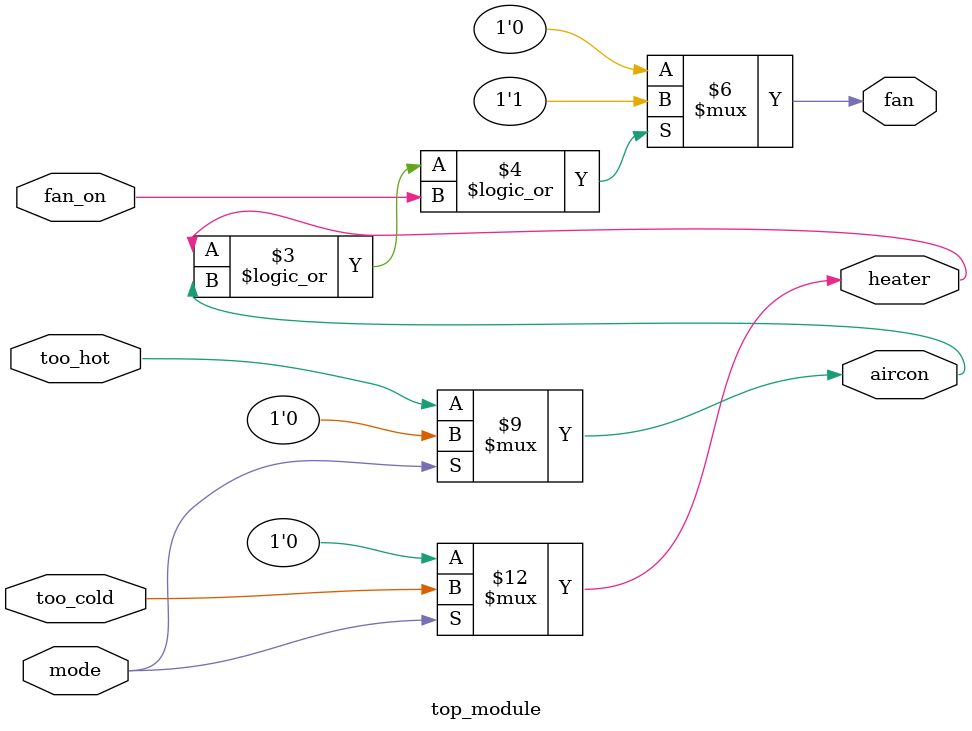
<source format=sv>
module top_module(
    input mode,
    input too_cold,
    input too_hot,
    input fan_on,
    output heater,
    output aircon,
    output fan
);

reg heater;
reg aircon;
wire fan;

always @(mode, too_cold, too_hot, fan_on) begin
    if (mode == 1) begin
        heater = too_cold;
        aircon = 0;
    end else begin
        heater = 0;
        aircon = too_hot;
    end
    
    if (heater || aircon || fan_on) begin
        fan = 1;
    end else begin
        fan = 0;
    end
end

endmodule

</source>
